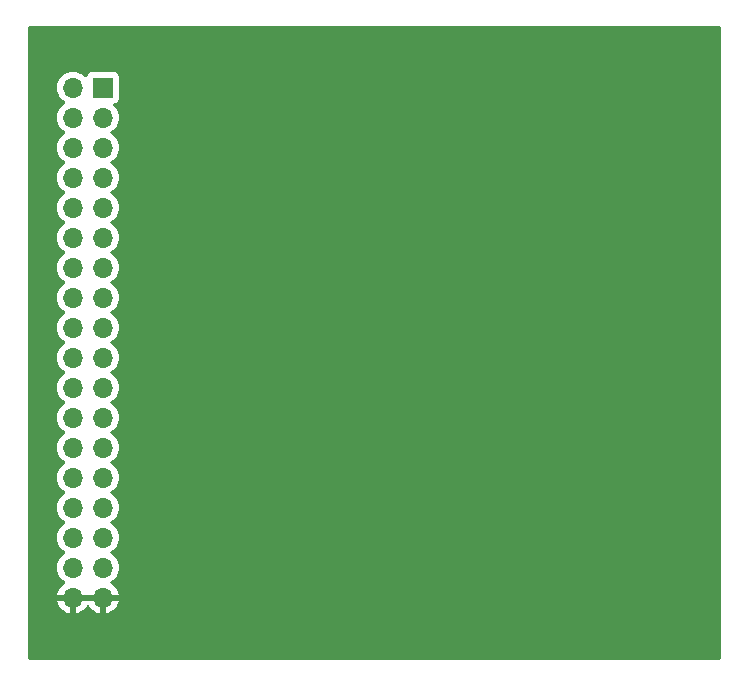
<source format=gbl>
%TF.GenerationSoftware,KiCad,Pcbnew,8.0.7*%
%TF.CreationDate,2025-04-08T08:44:32+02:00*%
%TF.ProjectId,Am29F400B-MEGA-adapter,416d3239-4634-4303-9042-2d4d4547412d,rev?*%
%TF.SameCoordinates,Original*%
%TF.FileFunction,Copper,L2,Bot*%
%TF.FilePolarity,Positive*%
%FSLAX46Y46*%
G04 Gerber Fmt 4.6, Leading zero omitted, Abs format (unit mm)*
G04 Created by KiCad (PCBNEW 8.0.7) date 2025-04-08 08:44:32*
%MOMM*%
%LPD*%
G01*
G04 APERTURE LIST*
%TA.AperFunction,ComponentPad*%
%ADD10O,1.700000X1.700000*%
%TD*%
%TA.AperFunction,ComponentPad*%
%ADD11R,1.700000X1.700000*%
%TD*%
G04 APERTURE END LIST*
D10*
%TO.P,U1,36,GND*%
%TO.N,GND*%
X116078000Y-112360000D03*
%TO.P,U1,35,GND*%
X118618000Y-112360000D03*
%TO.P,U1,34,D52*%
%TO.N,Net-(U1-D52)*%
X116078000Y-109820000D03*
%TO.P,U1,33,D53*%
%TO.N,Net-(U1-D53)*%
X118618000Y-109820000D03*
%TO.P,U1,32,D50*%
%TO.N,Net-(U1-D50)*%
X116078000Y-107280000D03*
%TO.P,U1,31,D51*%
%TO.N,Net-(U1-D51)*%
X118618000Y-107280000D03*
%TO.P,U1,30,D48*%
%TO.N,Net-(U1-D48)*%
X116078000Y-104740000D03*
%TO.P,U1,29,D49*%
%TO.N,Net-(U1-D49)*%
X118618000Y-104740000D03*
%TO.P,U1,28,D46*%
%TO.N,Net-(U1-D46)*%
X116078000Y-102200000D03*
%TO.P,U1,27,D47*%
%TO.N,Net-(U1-D47)*%
X118618000Y-102200000D03*
%TO.P,U1,26,D44*%
%TO.N,Net-(U1-D44)*%
X116078000Y-99660000D03*
%TO.P,U1,25,D45*%
%TO.N,Net-(U1-D45)*%
X118618000Y-99660000D03*
%TO.P,U1,24,D42*%
%TO.N,Net-(U1-D42)*%
X116078000Y-97120000D03*
%TO.P,U1,23,D43*%
%TO.N,Net-(U1-D43)*%
X118618000Y-97120000D03*
%TO.P,U1,22,D40*%
%TO.N,Net-(U1-D40)*%
X116078000Y-94580000D03*
%TO.P,U1,21,D41*%
%TO.N,Net-(U1-D41)*%
X118618000Y-94580000D03*
%TO.P,U1,20,D38*%
%TO.N,Net-(U1-D38)*%
X116078000Y-92040000D03*
%TO.P,U1,19,D39*%
%TO.N,Net-(U1-D39)*%
X118618000Y-92040000D03*
%TO.P,U1,18,D36*%
%TO.N,Net-(U1-D36)*%
X116078000Y-89500000D03*
%TO.P,U1,17,D37*%
%TO.N,Net-(U1-D37)*%
X118618000Y-89500000D03*
%TO.P,U1,16,D34*%
%TO.N,Net-(U1-D34)*%
X116078000Y-86960000D03*
%TO.P,U1,15,D35*%
%TO.N,Net-(U1-D35)*%
X118618000Y-86960000D03*
%TO.P,U1,14,D32*%
%TO.N,Net-(U1-D32)*%
X116078000Y-84420000D03*
%TO.P,U1,13,D33*%
%TO.N,Net-(U1-D33)*%
X118618000Y-84420000D03*
%TO.P,U1,12,D30*%
%TO.N,Net-(U1-D30)*%
X116078000Y-81880000D03*
%TO.P,U1,11,D31*%
%TO.N,Net-(U1-D31)*%
X118618000Y-81880000D03*
%TO.P,U1,10,D28*%
%TO.N,Net-(U1-D28)*%
X116078000Y-79340000D03*
%TO.P,U1,9,D29*%
%TO.N,Net-(U1-D29)*%
X118618000Y-79340000D03*
%TO.P,U1,8,D26*%
%TO.N,Net-(U1-D26)*%
X116078000Y-76800000D03*
%TO.P,U1,7,D27*%
%TO.N,Net-(U1-D27)*%
X118618000Y-76800000D03*
%TO.P,U1,6,D24*%
%TO.N,Net-(U1-D24)*%
X116078000Y-74260000D03*
%TO.P,U1,5,D25*%
%TO.N,Net-(U1-D25)*%
X118618000Y-74260000D03*
%TO.P,U1,4,D22*%
%TO.N,Net-(U1-D22)*%
X116078000Y-71720000D03*
%TO.P,U1,3,D23*%
%TO.N,Net-(U1-D23)*%
X118618000Y-71720000D03*
%TO.P,U1,2,5V*%
%TO.N,+5V*%
X116078000Y-69180000D03*
D11*
%TO.P,U1,1,5V*%
X118618000Y-69180000D03*
%TD*%
%TA.AperFunction,Conductor*%
%TO.N,GND*%
G36*
X118152075Y-112167007D02*
G01*
X118118000Y-112294174D01*
X118118000Y-112425826D01*
X118152075Y-112552993D01*
X118184988Y-112610000D01*
X116511012Y-112610000D01*
X116543925Y-112552993D01*
X116578000Y-112425826D01*
X116578000Y-112294174D01*
X116543925Y-112167007D01*
X116511012Y-112110000D01*
X118184988Y-112110000D01*
X118152075Y-112167007D01*
G37*
%TD.AperFunction*%
%TA.AperFunction,Conductor*%
G36*
X170892539Y-64020185D02*
G01*
X170938294Y-64072989D01*
X170949500Y-64124500D01*
X170949500Y-117485500D01*
X170929815Y-117552539D01*
X170877011Y-117598294D01*
X170825500Y-117609500D01*
X112384500Y-117609500D01*
X112317461Y-117589815D01*
X112271706Y-117537011D01*
X112260500Y-117485500D01*
X112260500Y-69179999D01*
X114722341Y-69179999D01*
X114722341Y-69180000D01*
X114742936Y-69415403D01*
X114742938Y-69415413D01*
X114804094Y-69643655D01*
X114804096Y-69643659D01*
X114804097Y-69643663D01*
X114869588Y-69784108D01*
X114903965Y-69857830D01*
X114903967Y-69857834D01*
X115039501Y-70051395D01*
X115039506Y-70051402D01*
X115206597Y-70218493D01*
X115206603Y-70218498D01*
X115392158Y-70348425D01*
X115435783Y-70403002D01*
X115442977Y-70472500D01*
X115411454Y-70534855D01*
X115392158Y-70551575D01*
X115206597Y-70681505D01*
X115039505Y-70848597D01*
X114903965Y-71042169D01*
X114903964Y-71042171D01*
X114804098Y-71256335D01*
X114804094Y-71256344D01*
X114742938Y-71484586D01*
X114742936Y-71484596D01*
X114722341Y-71719999D01*
X114722341Y-71720000D01*
X114742936Y-71955403D01*
X114742938Y-71955413D01*
X114804094Y-72183655D01*
X114804096Y-72183659D01*
X114804097Y-72183663D01*
X114808000Y-72192032D01*
X114903965Y-72397830D01*
X114903967Y-72397834D01*
X115012281Y-72552521D01*
X115039501Y-72591396D01*
X115039506Y-72591402D01*
X115206597Y-72758493D01*
X115206603Y-72758498D01*
X115392158Y-72888425D01*
X115435783Y-72943002D01*
X115442977Y-73012500D01*
X115411454Y-73074855D01*
X115392158Y-73091575D01*
X115206597Y-73221505D01*
X115039505Y-73388597D01*
X114903965Y-73582169D01*
X114903964Y-73582171D01*
X114804098Y-73796335D01*
X114804094Y-73796344D01*
X114742938Y-74024586D01*
X114742936Y-74024596D01*
X114722341Y-74259999D01*
X114722341Y-74260000D01*
X114742936Y-74495403D01*
X114742938Y-74495413D01*
X114804094Y-74723655D01*
X114804096Y-74723659D01*
X114804097Y-74723663D01*
X114808000Y-74732032D01*
X114903965Y-74937830D01*
X114903967Y-74937834D01*
X115012281Y-75092521D01*
X115039501Y-75131396D01*
X115039506Y-75131402D01*
X115206597Y-75298493D01*
X115206603Y-75298498D01*
X115392158Y-75428425D01*
X115435783Y-75483002D01*
X115442977Y-75552500D01*
X115411454Y-75614855D01*
X115392158Y-75631575D01*
X115206597Y-75761505D01*
X115039505Y-75928597D01*
X114903965Y-76122169D01*
X114903964Y-76122171D01*
X114804098Y-76336335D01*
X114804094Y-76336344D01*
X114742938Y-76564586D01*
X114742936Y-76564596D01*
X114722341Y-76799999D01*
X114722341Y-76800000D01*
X114742936Y-77035403D01*
X114742938Y-77035413D01*
X114804094Y-77263655D01*
X114804096Y-77263659D01*
X114804097Y-77263663D01*
X114808000Y-77272032D01*
X114903965Y-77477830D01*
X114903967Y-77477834D01*
X115012281Y-77632521D01*
X115039501Y-77671396D01*
X115039506Y-77671402D01*
X115206597Y-77838493D01*
X115206603Y-77838498D01*
X115392158Y-77968425D01*
X115435783Y-78023002D01*
X115442977Y-78092500D01*
X115411454Y-78154855D01*
X115392158Y-78171575D01*
X115206597Y-78301505D01*
X115039505Y-78468597D01*
X114903965Y-78662169D01*
X114903964Y-78662171D01*
X114804098Y-78876335D01*
X114804094Y-78876344D01*
X114742938Y-79104586D01*
X114742936Y-79104596D01*
X114722341Y-79339999D01*
X114722341Y-79340000D01*
X114742936Y-79575403D01*
X114742938Y-79575413D01*
X114804094Y-79803655D01*
X114804096Y-79803659D01*
X114804097Y-79803663D01*
X114808000Y-79812032D01*
X114903965Y-80017830D01*
X114903967Y-80017834D01*
X115012281Y-80172521D01*
X115039501Y-80211396D01*
X115039506Y-80211402D01*
X115206597Y-80378493D01*
X115206603Y-80378498D01*
X115392158Y-80508425D01*
X115435783Y-80563002D01*
X115442977Y-80632500D01*
X115411454Y-80694855D01*
X115392158Y-80711575D01*
X115206597Y-80841505D01*
X115039505Y-81008597D01*
X114903965Y-81202169D01*
X114903964Y-81202171D01*
X114804098Y-81416335D01*
X114804094Y-81416344D01*
X114742938Y-81644586D01*
X114742936Y-81644596D01*
X114722341Y-81879999D01*
X114722341Y-81880000D01*
X114742936Y-82115403D01*
X114742938Y-82115413D01*
X114804094Y-82343655D01*
X114804096Y-82343659D01*
X114804097Y-82343663D01*
X114808000Y-82352032D01*
X114903965Y-82557830D01*
X114903967Y-82557834D01*
X115012281Y-82712521D01*
X115039501Y-82751396D01*
X115039506Y-82751402D01*
X115206597Y-82918493D01*
X115206603Y-82918498D01*
X115392158Y-83048425D01*
X115435783Y-83103002D01*
X115442977Y-83172500D01*
X115411454Y-83234855D01*
X115392158Y-83251575D01*
X115206597Y-83381505D01*
X115039505Y-83548597D01*
X114903965Y-83742169D01*
X114903964Y-83742171D01*
X114804098Y-83956335D01*
X114804094Y-83956344D01*
X114742938Y-84184586D01*
X114742936Y-84184596D01*
X114722341Y-84419999D01*
X114722341Y-84420000D01*
X114742936Y-84655403D01*
X114742938Y-84655413D01*
X114804094Y-84883655D01*
X114804096Y-84883659D01*
X114804097Y-84883663D01*
X114808000Y-84892032D01*
X114903965Y-85097830D01*
X114903967Y-85097834D01*
X115012281Y-85252521D01*
X115039501Y-85291396D01*
X115039506Y-85291402D01*
X115206597Y-85458493D01*
X115206603Y-85458498D01*
X115392158Y-85588425D01*
X115435783Y-85643002D01*
X115442977Y-85712500D01*
X115411454Y-85774855D01*
X115392158Y-85791575D01*
X115206597Y-85921505D01*
X115039505Y-86088597D01*
X114903965Y-86282169D01*
X114903964Y-86282171D01*
X114804098Y-86496335D01*
X114804094Y-86496344D01*
X114742938Y-86724586D01*
X114742936Y-86724596D01*
X114722341Y-86959999D01*
X114722341Y-86960000D01*
X114742936Y-87195403D01*
X114742938Y-87195413D01*
X114804094Y-87423655D01*
X114804096Y-87423659D01*
X114804097Y-87423663D01*
X114808000Y-87432032D01*
X114903965Y-87637830D01*
X114903967Y-87637834D01*
X115012281Y-87792521D01*
X115039501Y-87831396D01*
X115039506Y-87831402D01*
X115206597Y-87998493D01*
X115206603Y-87998498D01*
X115392158Y-88128425D01*
X115435783Y-88183002D01*
X115442977Y-88252500D01*
X115411454Y-88314855D01*
X115392158Y-88331575D01*
X115206597Y-88461505D01*
X115039505Y-88628597D01*
X114903965Y-88822169D01*
X114903964Y-88822171D01*
X114804098Y-89036335D01*
X114804094Y-89036344D01*
X114742938Y-89264586D01*
X114742936Y-89264596D01*
X114722341Y-89499999D01*
X114722341Y-89500000D01*
X114742936Y-89735403D01*
X114742938Y-89735413D01*
X114804094Y-89963655D01*
X114804096Y-89963659D01*
X114804097Y-89963663D01*
X114808000Y-89972032D01*
X114903965Y-90177830D01*
X114903967Y-90177834D01*
X115012281Y-90332521D01*
X115039501Y-90371396D01*
X115039506Y-90371402D01*
X115206597Y-90538493D01*
X115206603Y-90538498D01*
X115392158Y-90668425D01*
X115435783Y-90723002D01*
X115442977Y-90792500D01*
X115411454Y-90854855D01*
X115392158Y-90871575D01*
X115206597Y-91001505D01*
X115039505Y-91168597D01*
X114903965Y-91362169D01*
X114903964Y-91362171D01*
X114804098Y-91576335D01*
X114804094Y-91576344D01*
X114742938Y-91804586D01*
X114742936Y-91804596D01*
X114722341Y-92039999D01*
X114722341Y-92040000D01*
X114742936Y-92275403D01*
X114742938Y-92275413D01*
X114804094Y-92503655D01*
X114804096Y-92503659D01*
X114804097Y-92503663D01*
X114808000Y-92512032D01*
X114903965Y-92717830D01*
X114903967Y-92717834D01*
X115012281Y-92872521D01*
X115039501Y-92911396D01*
X115039506Y-92911402D01*
X115206597Y-93078493D01*
X115206603Y-93078498D01*
X115392158Y-93208425D01*
X115435783Y-93263002D01*
X115442977Y-93332500D01*
X115411454Y-93394855D01*
X115392158Y-93411575D01*
X115206597Y-93541505D01*
X115039505Y-93708597D01*
X114903965Y-93902169D01*
X114903964Y-93902171D01*
X114804098Y-94116335D01*
X114804094Y-94116344D01*
X114742938Y-94344586D01*
X114742936Y-94344596D01*
X114722341Y-94579999D01*
X114722341Y-94580000D01*
X114742936Y-94815403D01*
X114742938Y-94815413D01*
X114804094Y-95043655D01*
X114804096Y-95043659D01*
X114804097Y-95043663D01*
X114808000Y-95052032D01*
X114903965Y-95257830D01*
X114903967Y-95257834D01*
X115012281Y-95412521D01*
X115039501Y-95451396D01*
X115039506Y-95451402D01*
X115206597Y-95618493D01*
X115206603Y-95618498D01*
X115392158Y-95748425D01*
X115435783Y-95803002D01*
X115442977Y-95872500D01*
X115411454Y-95934855D01*
X115392158Y-95951575D01*
X115206597Y-96081505D01*
X115039505Y-96248597D01*
X114903965Y-96442169D01*
X114903964Y-96442171D01*
X114804098Y-96656335D01*
X114804094Y-96656344D01*
X114742938Y-96884586D01*
X114742936Y-96884596D01*
X114722341Y-97119999D01*
X114722341Y-97120000D01*
X114742936Y-97355403D01*
X114742938Y-97355413D01*
X114804094Y-97583655D01*
X114804096Y-97583659D01*
X114804097Y-97583663D01*
X114808000Y-97592032D01*
X114903965Y-97797830D01*
X114903967Y-97797834D01*
X115012281Y-97952521D01*
X115039501Y-97991396D01*
X115039506Y-97991402D01*
X115206597Y-98158493D01*
X115206603Y-98158498D01*
X115392158Y-98288425D01*
X115435783Y-98343002D01*
X115442977Y-98412500D01*
X115411454Y-98474855D01*
X115392158Y-98491575D01*
X115206597Y-98621505D01*
X115039505Y-98788597D01*
X114903965Y-98982169D01*
X114903964Y-98982171D01*
X114804098Y-99196335D01*
X114804094Y-99196344D01*
X114742938Y-99424586D01*
X114742936Y-99424596D01*
X114722341Y-99659999D01*
X114722341Y-99660000D01*
X114742936Y-99895403D01*
X114742938Y-99895413D01*
X114804094Y-100123655D01*
X114804096Y-100123659D01*
X114804097Y-100123663D01*
X114808000Y-100132032D01*
X114903965Y-100337830D01*
X114903967Y-100337834D01*
X115012281Y-100492521D01*
X115039501Y-100531396D01*
X115039506Y-100531402D01*
X115206597Y-100698493D01*
X115206603Y-100698498D01*
X115392158Y-100828425D01*
X115435783Y-100883002D01*
X115442977Y-100952500D01*
X115411454Y-101014855D01*
X115392158Y-101031575D01*
X115206597Y-101161505D01*
X115039505Y-101328597D01*
X114903965Y-101522169D01*
X114903964Y-101522171D01*
X114804098Y-101736335D01*
X114804094Y-101736344D01*
X114742938Y-101964586D01*
X114742936Y-101964596D01*
X114722341Y-102199999D01*
X114722341Y-102200000D01*
X114742936Y-102435403D01*
X114742938Y-102435413D01*
X114804094Y-102663655D01*
X114804096Y-102663659D01*
X114804097Y-102663663D01*
X114808000Y-102672032D01*
X114903965Y-102877830D01*
X114903967Y-102877834D01*
X115012281Y-103032521D01*
X115039501Y-103071396D01*
X115039506Y-103071402D01*
X115206597Y-103238493D01*
X115206603Y-103238498D01*
X115392158Y-103368425D01*
X115435783Y-103423002D01*
X115442977Y-103492500D01*
X115411454Y-103554855D01*
X115392158Y-103571575D01*
X115206597Y-103701505D01*
X115039505Y-103868597D01*
X114903965Y-104062169D01*
X114903964Y-104062171D01*
X114804098Y-104276335D01*
X114804094Y-104276344D01*
X114742938Y-104504586D01*
X114742936Y-104504596D01*
X114722341Y-104739999D01*
X114722341Y-104740000D01*
X114742936Y-104975403D01*
X114742938Y-104975413D01*
X114804094Y-105203655D01*
X114804096Y-105203659D01*
X114804097Y-105203663D01*
X114808000Y-105212032D01*
X114903965Y-105417830D01*
X114903967Y-105417834D01*
X115012281Y-105572521D01*
X115039501Y-105611396D01*
X115039506Y-105611402D01*
X115206597Y-105778493D01*
X115206603Y-105778498D01*
X115392158Y-105908425D01*
X115435783Y-105963002D01*
X115442977Y-106032500D01*
X115411454Y-106094855D01*
X115392158Y-106111575D01*
X115206597Y-106241505D01*
X115039505Y-106408597D01*
X114903965Y-106602169D01*
X114903964Y-106602171D01*
X114804098Y-106816335D01*
X114804094Y-106816344D01*
X114742938Y-107044586D01*
X114742936Y-107044596D01*
X114722341Y-107279999D01*
X114722341Y-107280000D01*
X114742936Y-107515403D01*
X114742938Y-107515413D01*
X114804094Y-107743655D01*
X114804096Y-107743659D01*
X114804097Y-107743663D01*
X114808000Y-107752032D01*
X114903965Y-107957830D01*
X114903967Y-107957834D01*
X115012281Y-108112521D01*
X115039501Y-108151396D01*
X115039506Y-108151402D01*
X115206597Y-108318493D01*
X115206603Y-108318498D01*
X115392158Y-108448425D01*
X115435783Y-108503002D01*
X115442977Y-108572500D01*
X115411454Y-108634855D01*
X115392158Y-108651575D01*
X115206597Y-108781505D01*
X115039505Y-108948597D01*
X114903965Y-109142169D01*
X114903964Y-109142171D01*
X114804098Y-109356335D01*
X114804094Y-109356344D01*
X114742938Y-109584586D01*
X114742936Y-109584596D01*
X114722341Y-109819999D01*
X114722341Y-109820000D01*
X114742936Y-110055403D01*
X114742938Y-110055413D01*
X114804094Y-110283655D01*
X114804096Y-110283659D01*
X114804097Y-110283663D01*
X114808000Y-110292032D01*
X114903965Y-110497830D01*
X114903967Y-110497834D01*
X115012281Y-110652521D01*
X115039501Y-110691396D01*
X115039506Y-110691402D01*
X115206597Y-110858493D01*
X115206603Y-110858498D01*
X115392594Y-110988730D01*
X115436219Y-111043307D01*
X115443413Y-111112805D01*
X115411890Y-111175160D01*
X115392595Y-111191880D01*
X115206922Y-111321890D01*
X115206920Y-111321891D01*
X115039891Y-111488920D01*
X115039886Y-111488926D01*
X114904400Y-111682420D01*
X114904399Y-111682422D01*
X114804570Y-111896507D01*
X114804567Y-111896513D01*
X114747364Y-112109999D01*
X114747364Y-112110000D01*
X115644988Y-112110000D01*
X115612075Y-112167007D01*
X115578000Y-112294174D01*
X115578000Y-112425826D01*
X115612075Y-112552993D01*
X115644988Y-112610000D01*
X114747364Y-112610000D01*
X114804567Y-112823486D01*
X114804570Y-112823492D01*
X114904399Y-113037578D01*
X115039894Y-113231082D01*
X115206917Y-113398105D01*
X115400421Y-113533600D01*
X115614507Y-113633429D01*
X115614516Y-113633433D01*
X115828000Y-113690634D01*
X115828000Y-112793012D01*
X115885007Y-112825925D01*
X116012174Y-112860000D01*
X116143826Y-112860000D01*
X116270993Y-112825925D01*
X116328000Y-112793012D01*
X116328000Y-113690633D01*
X116541483Y-113633433D01*
X116541492Y-113633429D01*
X116755578Y-113533600D01*
X116949082Y-113398105D01*
X117116105Y-113231082D01*
X117246425Y-113044968D01*
X117301002Y-113001344D01*
X117370501Y-112994151D01*
X117432855Y-113025673D01*
X117449575Y-113044968D01*
X117579894Y-113231082D01*
X117746917Y-113398105D01*
X117940421Y-113533600D01*
X118154507Y-113633429D01*
X118154516Y-113633433D01*
X118368000Y-113690634D01*
X118368000Y-112793012D01*
X118425007Y-112825925D01*
X118552174Y-112860000D01*
X118683826Y-112860000D01*
X118810993Y-112825925D01*
X118868000Y-112793012D01*
X118868000Y-113690633D01*
X119081483Y-113633433D01*
X119081492Y-113633429D01*
X119295578Y-113533600D01*
X119489082Y-113398105D01*
X119656105Y-113231082D01*
X119791600Y-113037578D01*
X119891429Y-112823492D01*
X119891432Y-112823486D01*
X119948636Y-112610000D01*
X119051012Y-112610000D01*
X119083925Y-112552993D01*
X119118000Y-112425826D01*
X119118000Y-112294174D01*
X119083925Y-112167007D01*
X119051012Y-112110000D01*
X119948636Y-112110000D01*
X119948635Y-112109999D01*
X119891432Y-111896513D01*
X119891429Y-111896507D01*
X119791600Y-111682422D01*
X119791599Y-111682420D01*
X119656113Y-111488926D01*
X119656108Y-111488920D01*
X119489078Y-111321890D01*
X119303405Y-111191879D01*
X119259780Y-111137302D01*
X119252588Y-111067804D01*
X119284110Y-111005449D01*
X119303406Y-110988730D01*
X119489401Y-110858495D01*
X119656495Y-110691401D01*
X119792035Y-110497830D01*
X119891903Y-110283663D01*
X119953063Y-110055408D01*
X119973659Y-109820000D01*
X119953063Y-109584592D01*
X119891903Y-109356337D01*
X119792035Y-109142171D01*
X119786425Y-109134158D01*
X119656494Y-108948597D01*
X119489402Y-108781506D01*
X119489396Y-108781501D01*
X119303842Y-108651575D01*
X119260217Y-108596998D01*
X119253023Y-108527500D01*
X119284546Y-108465145D01*
X119303842Y-108448425D01*
X119326026Y-108432891D01*
X119489401Y-108318495D01*
X119656495Y-108151401D01*
X119792035Y-107957830D01*
X119891903Y-107743663D01*
X119953063Y-107515408D01*
X119973659Y-107280000D01*
X119953063Y-107044592D01*
X119891903Y-106816337D01*
X119792035Y-106602171D01*
X119786425Y-106594158D01*
X119656494Y-106408597D01*
X119489402Y-106241506D01*
X119489396Y-106241501D01*
X119303842Y-106111575D01*
X119260217Y-106056998D01*
X119253023Y-105987500D01*
X119284546Y-105925145D01*
X119303842Y-105908425D01*
X119326026Y-105892891D01*
X119489401Y-105778495D01*
X119656495Y-105611401D01*
X119792035Y-105417830D01*
X119891903Y-105203663D01*
X119953063Y-104975408D01*
X119973659Y-104740000D01*
X119953063Y-104504592D01*
X119891903Y-104276337D01*
X119792035Y-104062171D01*
X119786425Y-104054158D01*
X119656494Y-103868597D01*
X119489402Y-103701506D01*
X119489396Y-103701501D01*
X119303842Y-103571575D01*
X119260217Y-103516998D01*
X119253023Y-103447500D01*
X119284546Y-103385145D01*
X119303842Y-103368425D01*
X119326026Y-103352891D01*
X119489401Y-103238495D01*
X119656495Y-103071401D01*
X119792035Y-102877830D01*
X119891903Y-102663663D01*
X119953063Y-102435408D01*
X119973659Y-102200000D01*
X119953063Y-101964592D01*
X119891903Y-101736337D01*
X119792035Y-101522171D01*
X119786425Y-101514158D01*
X119656494Y-101328597D01*
X119489402Y-101161506D01*
X119489396Y-101161501D01*
X119303842Y-101031575D01*
X119260217Y-100976998D01*
X119253023Y-100907500D01*
X119284546Y-100845145D01*
X119303842Y-100828425D01*
X119326026Y-100812891D01*
X119489401Y-100698495D01*
X119656495Y-100531401D01*
X119792035Y-100337830D01*
X119891903Y-100123663D01*
X119953063Y-99895408D01*
X119973659Y-99660000D01*
X119953063Y-99424592D01*
X119891903Y-99196337D01*
X119792035Y-98982171D01*
X119786425Y-98974158D01*
X119656494Y-98788597D01*
X119489402Y-98621506D01*
X119489396Y-98621501D01*
X119303842Y-98491575D01*
X119260217Y-98436998D01*
X119253023Y-98367500D01*
X119284546Y-98305145D01*
X119303842Y-98288425D01*
X119326026Y-98272891D01*
X119489401Y-98158495D01*
X119656495Y-97991401D01*
X119792035Y-97797830D01*
X119891903Y-97583663D01*
X119953063Y-97355408D01*
X119973659Y-97120000D01*
X119953063Y-96884592D01*
X119891903Y-96656337D01*
X119792035Y-96442171D01*
X119786425Y-96434158D01*
X119656494Y-96248597D01*
X119489402Y-96081506D01*
X119489396Y-96081501D01*
X119303842Y-95951575D01*
X119260217Y-95896998D01*
X119253023Y-95827500D01*
X119284546Y-95765145D01*
X119303842Y-95748425D01*
X119326026Y-95732891D01*
X119489401Y-95618495D01*
X119656495Y-95451401D01*
X119792035Y-95257830D01*
X119891903Y-95043663D01*
X119953063Y-94815408D01*
X119973659Y-94580000D01*
X119953063Y-94344592D01*
X119891903Y-94116337D01*
X119792035Y-93902171D01*
X119786425Y-93894158D01*
X119656494Y-93708597D01*
X119489402Y-93541506D01*
X119489396Y-93541501D01*
X119303842Y-93411575D01*
X119260217Y-93356998D01*
X119253023Y-93287500D01*
X119284546Y-93225145D01*
X119303842Y-93208425D01*
X119326026Y-93192891D01*
X119489401Y-93078495D01*
X119656495Y-92911401D01*
X119792035Y-92717830D01*
X119891903Y-92503663D01*
X119953063Y-92275408D01*
X119973659Y-92040000D01*
X119953063Y-91804592D01*
X119891903Y-91576337D01*
X119792035Y-91362171D01*
X119786425Y-91354158D01*
X119656494Y-91168597D01*
X119489402Y-91001506D01*
X119489396Y-91001501D01*
X119303842Y-90871575D01*
X119260217Y-90816998D01*
X119253023Y-90747500D01*
X119284546Y-90685145D01*
X119303842Y-90668425D01*
X119326026Y-90652891D01*
X119489401Y-90538495D01*
X119656495Y-90371401D01*
X119792035Y-90177830D01*
X119891903Y-89963663D01*
X119953063Y-89735408D01*
X119973659Y-89500000D01*
X119953063Y-89264592D01*
X119891903Y-89036337D01*
X119792035Y-88822171D01*
X119786425Y-88814158D01*
X119656494Y-88628597D01*
X119489402Y-88461506D01*
X119489396Y-88461501D01*
X119303842Y-88331575D01*
X119260217Y-88276998D01*
X119253023Y-88207500D01*
X119284546Y-88145145D01*
X119303842Y-88128425D01*
X119326026Y-88112891D01*
X119489401Y-87998495D01*
X119656495Y-87831401D01*
X119792035Y-87637830D01*
X119891903Y-87423663D01*
X119953063Y-87195408D01*
X119973659Y-86960000D01*
X119953063Y-86724592D01*
X119891903Y-86496337D01*
X119792035Y-86282171D01*
X119786425Y-86274158D01*
X119656494Y-86088597D01*
X119489402Y-85921506D01*
X119489396Y-85921501D01*
X119303842Y-85791575D01*
X119260217Y-85736998D01*
X119253023Y-85667500D01*
X119284546Y-85605145D01*
X119303842Y-85588425D01*
X119326026Y-85572891D01*
X119489401Y-85458495D01*
X119656495Y-85291401D01*
X119792035Y-85097830D01*
X119891903Y-84883663D01*
X119953063Y-84655408D01*
X119973659Y-84420000D01*
X119953063Y-84184592D01*
X119891903Y-83956337D01*
X119792035Y-83742171D01*
X119786425Y-83734158D01*
X119656494Y-83548597D01*
X119489402Y-83381506D01*
X119489396Y-83381501D01*
X119303842Y-83251575D01*
X119260217Y-83196998D01*
X119253023Y-83127500D01*
X119284546Y-83065145D01*
X119303842Y-83048425D01*
X119326026Y-83032891D01*
X119489401Y-82918495D01*
X119656495Y-82751401D01*
X119792035Y-82557830D01*
X119891903Y-82343663D01*
X119953063Y-82115408D01*
X119973659Y-81880000D01*
X119953063Y-81644592D01*
X119891903Y-81416337D01*
X119792035Y-81202171D01*
X119786425Y-81194158D01*
X119656494Y-81008597D01*
X119489402Y-80841506D01*
X119489396Y-80841501D01*
X119303842Y-80711575D01*
X119260217Y-80656998D01*
X119253023Y-80587500D01*
X119284546Y-80525145D01*
X119303842Y-80508425D01*
X119326026Y-80492891D01*
X119489401Y-80378495D01*
X119656495Y-80211401D01*
X119792035Y-80017830D01*
X119891903Y-79803663D01*
X119953063Y-79575408D01*
X119973659Y-79340000D01*
X119953063Y-79104592D01*
X119891903Y-78876337D01*
X119792035Y-78662171D01*
X119786425Y-78654158D01*
X119656494Y-78468597D01*
X119489402Y-78301506D01*
X119489396Y-78301501D01*
X119303842Y-78171575D01*
X119260217Y-78116998D01*
X119253023Y-78047500D01*
X119284546Y-77985145D01*
X119303842Y-77968425D01*
X119326026Y-77952891D01*
X119489401Y-77838495D01*
X119656495Y-77671401D01*
X119792035Y-77477830D01*
X119891903Y-77263663D01*
X119953063Y-77035408D01*
X119973659Y-76800000D01*
X119953063Y-76564592D01*
X119891903Y-76336337D01*
X119792035Y-76122171D01*
X119786425Y-76114158D01*
X119656494Y-75928597D01*
X119489402Y-75761506D01*
X119489396Y-75761501D01*
X119303842Y-75631575D01*
X119260217Y-75576998D01*
X119253023Y-75507500D01*
X119284546Y-75445145D01*
X119303842Y-75428425D01*
X119326026Y-75412891D01*
X119489401Y-75298495D01*
X119656495Y-75131401D01*
X119792035Y-74937830D01*
X119891903Y-74723663D01*
X119953063Y-74495408D01*
X119973659Y-74260000D01*
X119953063Y-74024592D01*
X119891903Y-73796337D01*
X119792035Y-73582171D01*
X119786425Y-73574158D01*
X119656494Y-73388597D01*
X119489402Y-73221506D01*
X119489396Y-73221501D01*
X119303842Y-73091575D01*
X119260217Y-73036998D01*
X119253023Y-72967500D01*
X119284546Y-72905145D01*
X119303842Y-72888425D01*
X119326026Y-72872891D01*
X119489401Y-72758495D01*
X119656495Y-72591401D01*
X119792035Y-72397830D01*
X119891903Y-72183663D01*
X119953063Y-71955408D01*
X119973659Y-71720000D01*
X119953063Y-71484592D01*
X119891903Y-71256337D01*
X119792035Y-71042171D01*
X119786424Y-71034158D01*
X119656496Y-70848600D01*
X119656493Y-70848597D01*
X119534567Y-70726671D01*
X119501084Y-70665351D01*
X119506068Y-70595659D01*
X119547939Y-70539725D01*
X119578915Y-70522810D01*
X119710331Y-70473796D01*
X119825546Y-70387546D01*
X119911796Y-70272331D01*
X119962091Y-70137483D01*
X119968500Y-70077873D01*
X119968499Y-68282128D01*
X119962091Y-68222517D01*
X119960810Y-68219083D01*
X119911797Y-68087671D01*
X119911793Y-68087664D01*
X119825547Y-67972455D01*
X119825544Y-67972452D01*
X119710335Y-67886206D01*
X119710328Y-67886202D01*
X119575482Y-67835908D01*
X119575483Y-67835908D01*
X119515883Y-67829501D01*
X119515881Y-67829500D01*
X119515873Y-67829500D01*
X119515864Y-67829500D01*
X117720129Y-67829500D01*
X117720123Y-67829501D01*
X117660516Y-67835908D01*
X117525671Y-67886202D01*
X117525664Y-67886206D01*
X117410455Y-67972452D01*
X117410452Y-67972455D01*
X117324206Y-68087664D01*
X117324203Y-68087669D01*
X117275189Y-68219083D01*
X117233317Y-68275016D01*
X117167853Y-68299433D01*
X117099580Y-68284581D01*
X117071326Y-68263430D01*
X116949402Y-68141506D01*
X116949395Y-68141501D01*
X116755834Y-68005967D01*
X116755830Y-68005965D01*
X116755828Y-68005964D01*
X116541663Y-67906097D01*
X116541659Y-67906096D01*
X116541655Y-67906094D01*
X116313413Y-67844938D01*
X116313403Y-67844936D01*
X116078001Y-67824341D01*
X116077999Y-67824341D01*
X115842596Y-67844936D01*
X115842586Y-67844938D01*
X115614344Y-67906094D01*
X115614335Y-67906098D01*
X115400171Y-68005964D01*
X115400169Y-68005965D01*
X115206597Y-68141505D01*
X115039505Y-68308597D01*
X114903965Y-68502169D01*
X114903964Y-68502171D01*
X114804098Y-68716335D01*
X114804094Y-68716344D01*
X114742938Y-68944586D01*
X114742936Y-68944596D01*
X114722341Y-69179999D01*
X112260500Y-69179999D01*
X112260500Y-64124500D01*
X112280185Y-64057461D01*
X112332989Y-64011706D01*
X112384500Y-64000500D01*
X114234108Y-64000500D01*
X170825500Y-64000500D01*
X170892539Y-64020185D01*
G37*
%TD.AperFunction*%
%TD*%
M02*

</source>
